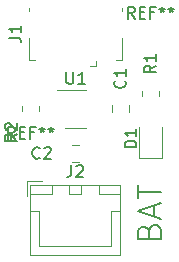
<source format=gbr>
%TF.GenerationSoftware,KiCad,Pcbnew,(5.1.10)-1*%
%TF.CreationDate,2021-10-28T23:59:16+02:00*%
%TF.ProjectId,Battery Charger Li-Po,42617474-6572-4792-9043-686172676572,rev?*%
%TF.SameCoordinates,Original*%
%TF.FileFunction,Legend,Top*%
%TF.FilePolarity,Positive*%
%FSLAX46Y46*%
G04 Gerber Fmt 4.6, Leading zero omitted, Abs format (unit mm)*
G04 Created by KiCad (PCBNEW (5.1.10)-1) date 2021-10-28 23:59:16*
%MOMM*%
%LPD*%
G01*
G04 APERTURE LIST*
%ADD10C,0.150000*%
%ADD11C,0.120000*%
G04 APERTURE END LIST*
D10*
X144637142Y-134826190D02*
X144732380Y-134540476D01*
X144827619Y-134445238D01*
X145018095Y-134350000D01*
X145303809Y-134350000D01*
X145494285Y-134445238D01*
X145589523Y-134540476D01*
X145684761Y-134730952D01*
X145684761Y-135492857D01*
X143684761Y-135492857D01*
X143684761Y-134826190D01*
X143780000Y-134635714D01*
X143875238Y-134540476D01*
X144065714Y-134445238D01*
X144256190Y-134445238D01*
X144446666Y-134540476D01*
X144541904Y-134635714D01*
X144637142Y-134826190D01*
X144637142Y-135492857D01*
X145113333Y-133588095D02*
X145113333Y-132635714D01*
X145684761Y-133778571D02*
X143684761Y-133111904D01*
X145684761Y-132445238D01*
X143684761Y-132064285D02*
X143684761Y-130921428D01*
X145684761Y-131492857D02*
X143684761Y-131492857D01*
D11*
%TO.C,J2*%
X134600000Y-130890000D02*
X134600000Y-136860000D01*
X134600000Y-136860000D02*
X142220000Y-136860000D01*
X142220000Y-136860000D02*
X142220000Y-130890000D01*
X142220000Y-130890000D02*
X134600000Y-130890000D01*
X137910000Y-130900000D02*
X137910000Y-131650000D01*
X137910000Y-131650000D02*
X138910000Y-131650000D01*
X138910000Y-131650000D02*
X138910000Y-130900000D01*
X138910000Y-130900000D02*
X137910000Y-130900000D01*
X134610000Y-130900000D02*
X134610000Y-131650000D01*
X134610000Y-131650000D02*
X136410000Y-131650000D01*
X136410000Y-131650000D02*
X136410000Y-130900000D01*
X136410000Y-130900000D02*
X134610000Y-130900000D01*
X140410000Y-130900000D02*
X140410000Y-131650000D01*
X140410000Y-131650000D02*
X142210000Y-131650000D01*
X142210000Y-131650000D02*
X142210000Y-130900000D01*
X142210000Y-130900000D02*
X140410000Y-130900000D01*
X134610000Y-133150000D02*
X135360000Y-133150000D01*
X135360000Y-133150000D02*
X135360000Y-136100000D01*
X135360000Y-136100000D02*
X138410000Y-136100000D01*
X142210000Y-133150000D02*
X141460000Y-133150000D01*
X141460000Y-133150000D02*
X141460000Y-136100000D01*
X141460000Y-136100000D02*
X138410000Y-136100000D01*
X135560000Y-130600000D02*
X134310000Y-130600000D01*
X134310000Y-130600000D02*
X134310000Y-131850000D01*
%TO.C,U1*%
X137530000Y-126070000D02*
X139330000Y-126070000D01*
X139330000Y-122850000D02*
X136880000Y-122850000D01*
%TO.C,R2*%
X135355000Y-124232936D02*
X135355000Y-124687064D01*
X133885000Y-124232936D02*
X133885000Y-124687064D01*
%TO.C,R1*%
X144045000Y-123417064D02*
X144045000Y-122962936D01*
X145515000Y-123417064D02*
X145515000Y-122962936D01*
%TO.C,J1*%
X142330000Y-120339215D02*
X141880000Y-120339215D01*
X142330000Y-118489215D02*
X142330000Y-120339215D01*
X134530000Y-115939215D02*
X134530000Y-116189215D01*
X142330000Y-115939215D02*
X142330000Y-116189215D01*
X134530000Y-118489215D02*
X134530000Y-120339215D01*
X134530000Y-120339215D02*
X134980000Y-120339215D01*
X140130000Y-120889215D02*
X139680000Y-120889215D01*
X140130000Y-120889215D02*
X140130000Y-120439215D01*
%TO.C,D1*%
X143820000Y-126000000D02*
X143820000Y-128685000D01*
X143820000Y-128685000D02*
X145740000Y-128685000D01*
X145740000Y-128685000D02*
X145740000Y-126000000D01*
%TO.C,C2*%
X138168748Y-127535000D02*
X138691252Y-127535000D01*
X138168748Y-129005000D02*
X138691252Y-129005000D01*
%TO.C,C1*%
X141505000Y-124721252D02*
X141505000Y-124198748D01*
X142975000Y-124721252D02*
X142975000Y-124198748D01*
%TO.C,REF\u002A\u002A*%
D10*
X133286666Y-127007880D02*
X132953333Y-126531690D01*
X132715238Y-127007880D02*
X132715238Y-126007880D01*
X133096190Y-126007880D01*
X133191428Y-126055500D01*
X133239047Y-126103119D01*
X133286666Y-126198357D01*
X133286666Y-126341214D01*
X133239047Y-126436452D01*
X133191428Y-126484071D01*
X133096190Y-126531690D01*
X132715238Y-126531690D01*
X133715238Y-126484071D02*
X134048571Y-126484071D01*
X134191428Y-127007880D02*
X133715238Y-127007880D01*
X133715238Y-126007880D01*
X134191428Y-126007880D01*
X134953333Y-126484071D02*
X134620000Y-126484071D01*
X134620000Y-127007880D02*
X134620000Y-126007880D01*
X135096190Y-126007880D01*
X135620000Y-126007880D02*
X135620000Y-126245976D01*
X135381904Y-126150738D02*
X135620000Y-126245976D01*
X135858095Y-126150738D01*
X135477142Y-126436452D02*
X135620000Y-126245976D01*
X135762857Y-126436452D01*
X136381904Y-126007880D02*
X136381904Y-126245976D01*
X136143809Y-126150738D02*
X136381904Y-126245976D01*
X136620000Y-126150738D01*
X136239047Y-126436452D02*
X136381904Y-126245976D01*
X136524761Y-126436452D01*
X143446666Y-116847880D02*
X143113333Y-116371690D01*
X142875238Y-116847880D02*
X142875238Y-115847880D01*
X143256190Y-115847880D01*
X143351428Y-115895500D01*
X143399047Y-115943119D01*
X143446666Y-116038357D01*
X143446666Y-116181214D01*
X143399047Y-116276452D01*
X143351428Y-116324071D01*
X143256190Y-116371690D01*
X142875238Y-116371690D01*
X143875238Y-116324071D02*
X144208571Y-116324071D01*
X144351428Y-116847880D02*
X143875238Y-116847880D01*
X143875238Y-115847880D01*
X144351428Y-115847880D01*
X145113333Y-116324071D02*
X144780000Y-116324071D01*
X144780000Y-116847880D02*
X144780000Y-115847880D01*
X145256190Y-115847880D01*
X145780000Y-115847880D02*
X145780000Y-116085976D01*
X145541904Y-115990738D02*
X145780000Y-116085976D01*
X146018095Y-115990738D01*
X145637142Y-116276452D02*
X145780000Y-116085976D01*
X145922857Y-116276452D01*
X146541904Y-115847880D02*
X146541904Y-116085976D01*
X146303809Y-115990738D02*
X146541904Y-116085976D01*
X146780000Y-115990738D01*
X146399047Y-116276452D02*
X146541904Y-116085976D01*
X146684761Y-116276452D01*
%TO.C,J2*%
X138076666Y-129252380D02*
X138076666Y-129966666D01*
X138029047Y-130109523D01*
X137933809Y-130204761D01*
X137790952Y-130252380D01*
X137695714Y-130252380D01*
X138505238Y-129347619D02*
X138552857Y-129300000D01*
X138648095Y-129252380D01*
X138886190Y-129252380D01*
X138981428Y-129300000D01*
X139029047Y-129347619D01*
X139076666Y-129442857D01*
X139076666Y-129538095D01*
X139029047Y-129680952D01*
X138457619Y-130252380D01*
X139076666Y-130252380D01*
%TO.C,U1*%
X137668095Y-121372380D02*
X137668095Y-122181904D01*
X137715714Y-122277142D01*
X137763333Y-122324761D01*
X137858571Y-122372380D01*
X138049047Y-122372380D01*
X138144285Y-122324761D01*
X138191904Y-122277142D01*
X138239523Y-122181904D01*
X138239523Y-121372380D01*
X139239523Y-122372380D02*
X138668095Y-122372380D01*
X138953809Y-122372380D02*
X138953809Y-121372380D01*
X138858571Y-121515238D01*
X138763333Y-121610476D01*
X138668095Y-121658095D01*
%TO.C,R2*%
X133477167Y-126630987D02*
X133000977Y-126964321D01*
X133477167Y-127202416D02*
X132477167Y-127202416D01*
X132477167Y-126821463D01*
X132524787Y-126726225D01*
X132572406Y-126678606D01*
X132667644Y-126630987D01*
X132810501Y-126630987D01*
X132905739Y-126678606D01*
X132953358Y-126726225D01*
X133000977Y-126821463D01*
X133000977Y-127202416D01*
X132572406Y-126250035D02*
X132524787Y-126202416D01*
X132477167Y-126107178D01*
X132477167Y-125869082D01*
X132524787Y-125773844D01*
X132572406Y-125726225D01*
X132667644Y-125678606D01*
X132762882Y-125678606D01*
X132905739Y-125726225D01*
X133477167Y-126297654D01*
X133477167Y-125678606D01*
%TO.C,R1*%
X145232380Y-120816666D02*
X144756190Y-121150000D01*
X145232380Y-121388095D02*
X144232380Y-121388095D01*
X144232380Y-121007142D01*
X144280000Y-120911904D01*
X144327619Y-120864285D01*
X144422857Y-120816666D01*
X144565714Y-120816666D01*
X144660952Y-120864285D01*
X144708571Y-120911904D01*
X144756190Y-121007142D01*
X144756190Y-121388095D01*
X145232380Y-119864285D02*
X145232380Y-120435714D01*
X145232380Y-120150000D02*
X144232380Y-120150000D01*
X144375238Y-120245238D01*
X144470476Y-120340476D01*
X144518095Y-120435714D01*
%TO.C,J1*%
X132802380Y-118443333D02*
X133516666Y-118443333D01*
X133659523Y-118490952D01*
X133754761Y-118586190D01*
X133802380Y-118729047D01*
X133802380Y-118824285D01*
X133802380Y-117443333D02*
X133802380Y-118014761D01*
X133802380Y-117729047D02*
X132802380Y-117729047D01*
X132945238Y-117824285D01*
X133040476Y-117919523D01*
X133088095Y-118014761D01*
%TO.C,D1*%
X143582380Y-127738095D02*
X142582380Y-127738095D01*
X142582380Y-127500000D01*
X142630000Y-127357142D01*
X142725238Y-127261904D01*
X142820476Y-127214285D01*
X143010952Y-127166666D01*
X143153809Y-127166666D01*
X143344285Y-127214285D01*
X143439523Y-127261904D01*
X143534761Y-127357142D01*
X143582380Y-127500000D01*
X143582380Y-127738095D01*
X143582380Y-126214285D02*
X143582380Y-126785714D01*
X143582380Y-126500000D02*
X142582380Y-126500000D01*
X142725238Y-126595238D01*
X142820476Y-126690476D01*
X142868095Y-126785714D01*
%TO.C,C2*%
X135403333Y-128627142D02*
X135355714Y-128674761D01*
X135212857Y-128722380D01*
X135117619Y-128722380D01*
X134974761Y-128674761D01*
X134879523Y-128579523D01*
X134831904Y-128484285D01*
X134784285Y-128293809D01*
X134784285Y-128150952D01*
X134831904Y-127960476D01*
X134879523Y-127865238D01*
X134974761Y-127770000D01*
X135117619Y-127722380D01*
X135212857Y-127722380D01*
X135355714Y-127770000D01*
X135403333Y-127817619D01*
X135784285Y-127817619D02*
X135831904Y-127770000D01*
X135927142Y-127722380D01*
X136165238Y-127722380D01*
X136260476Y-127770000D01*
X136308095Y-127817619D01*
X136355714Y-127912857D01*
X136355714Y-128008095D01*
X136308095Y-128150952D01*
X135736666Y-128722380D01*
X136355714Y-128722380D01*
%TO.C,C1*%
X142597142Y-122086666D02*
X142644761Y-122134285D01*
X142692380Y-122277142D01*
X142692380Y-122372380D01*
X142644761Y-122515238D01*
X142549523Y-122610476D01*
X142454285Y-122658095D01*
X142263809Y-122705714D01*
X142120952Y-122705714D01*
X141930476Y-122658095D01*
X141835238Y-122610476D01*
X141740000Y-122515238D01*
X141692380Y-122372380D01*
X141692380Y-122277142D01*
X141740000Y-122134285D01*
X141787619Y-122086666D01*
X142692380Y-121134285D02*
X142692380Y-121705714D01*
X142692380Y-121420000D02*
X141692380Y-121420000D01*
X141835238Y-121515238D01*
X141930476Y-121610476D01*
X141978095Y-121705714D01*
%TD*%
M02*

</source>
